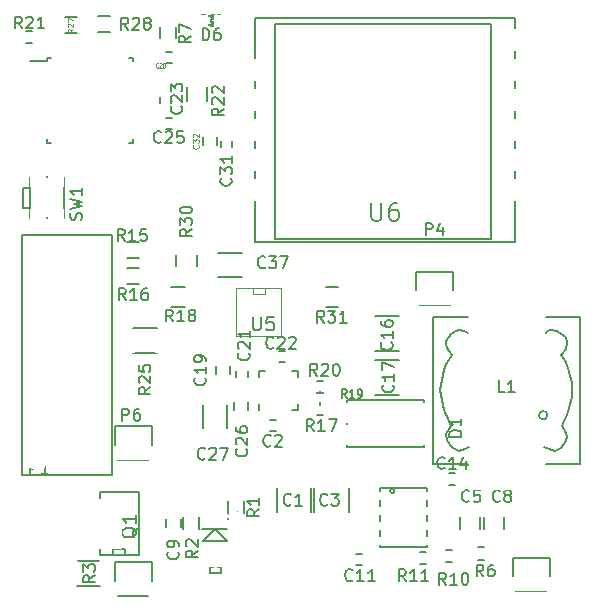
<source format=gto>
%FSLAX46Y46*%
G04 Gerber Fmt 4.6, Leading zero omitted, Abs format (unit mm)*
G04 Created by KiCad (PCBNEW (2014-10-31 BZR 5243)-product) date So 05 Apr 2015 19:44:44 CEST*
%MOMM*%
G01*
G04 APERTURE LIST*
%ADD10C,0.100000*%
%ADD11C,0.150000*%
%ADD12C,0.099060*%
%ADD13C,0.127000*%
%ADD14C,0.070000*%
%ADD15C,0.050000*%
%ADD16C,0.152400*%
%ADD17R,5.700040X5.199660*%
%ADD18R,2.332000X2.332000*%
%ADD19O,2.332000X2.332000*%
%ADD20O,0.600000X1.050000*%
%ADD21O,1.050000X0.600000*%
%ADD22R,1.200000X1.200000*%
%ADD23R,2.800000X1.300000*%
%ADD24R,1.550000X1.300000*%
%ADD25R,0.900000X0.800000*%
%ADD26R,1.300000X2.800000*%
%ADD27R,1.050000X1.100000*%
%ADD28R,0.800000X0.900000*%
%ADD29R,1.900000X1.300000*%
%ADD30R,0.700000X0.900000*%
%ADD31R,0.800000X1.200000*%
%ADD32R,1.200000X2.000000*%
%ADD33R,1.900000X0.850000*%
%ADD34R,0.850000X1.900000*%
%ADD35R,1.300000X1.900000*%
%ADD36R,1.000000X1.600000*%
%ADD37R,1.600000X1.000000*%
%ADD38R,1.300000X1.550000*%
%ADD39R,1.600480X1.100100*%
%ADD40R,1.097560X1.097560*%
%ADD41O,3.300000X1.900000*%
%ADD42R,1.500000X1.300000*%
%ADD43R,2.450000X0.750000*%
%ADD44C,1.800000*%
%ADD45R,1.350000X1.700000*%
%ADD46R,1.700000X1.690000*%
%ADD47R,5.160000X3.660000*%
%ADD48R,4.872000X1.824000*%
%ADD49R,4.371620X1.300000*%
%ADD50R,1.999260X1.600480*%
%ADD51R,1.699540X0.899440*%
%ADD52R,3.099080X4.300500*%
%ADD53R,1.200000X0.800000*%
%ADD54R,2.535200X2.535200*%
%ADD55R,2.200000X2.200000*%
G04 APERTURE END LIST*
D10*
D11*
X120654418Y-54600580D02*
G75*
G03X120654418Y-54600580I-355618J0D01*
G01*
X120499460Y-47600340D02*
X120601060Y-47498740D01*
X120601060Y-47498740D02*
X120999840Y-47399680D01*
X120999840Y-47399680D02*
X121500220Y-47498740D01*
X121500220Y-47498740D02*
X121799940Y-47699400D01*
X121799940Y-47699400D02*
X122201260Y-47999120D01*
X122201260Y-47999120D02*
X122300320Y-48499500D01*
X122300320Y-48499500D02*
X122201260Y-48999880D01*
X122201260Y-48999880D02*
X121899000Y-49401200D01*
X121899000Y-49401200D02*
X121799940Y-49500260D01*
X121799940Y-49500260D02*
X122201260Y-50099700D01*
X122201260Y-50099700D02*
X122500980Y-50899800D01*
X122500980Y-50899800D02*
X122699100Y-51900560D01*
X122699100Y-51900560D02*
X122699100Y-53099440D01*
X122699100Y-53099440D02*
X122500980Y-54001140D01*
X122500980Y-54001140D02*
X122300320Y-54600580D01*
X122300320Y-54600580D02*
X122099660Y-55100960D01*
X122099660Y-55100960D02*
X121899000Y-55499740D01*
X121899000Y-55499740D02*
X122099660Y-55799460D01*
X122099660Y-55799460D02*
X122300320Y-56398900D01*
X122300320Y-56398900D02*
X122201260Y-56800220D01*
X122201260Y-56800220D02*
X122000600Y-57099940D01*
X122000600Y-57099940D02*
X121799940Y-57399660D01*
X121799940Y-57399660D02*
X121299560Y-57600320D01*
X121299560Y-57600320D02*
X120799180Y-57501260D01*
X120799180Y-57501260D02*
X120400400Y-57300600D01*
X113900540Y-47600340D02*
X113600820Y-47498740D01*
X113600820Y-47498740D02*
X113199500Y-47399680D01*
X113199500Y-47399680D02*
X112899780Y-47498740D01*
X112899780Y-47498740D02*
X112501000Y-47699400D01*
X112501000Y-47699400D02*
X112300340Y-47999120D01*
X112300340Y-47999120D02*
X112099680Y-48298840D01*
X112099680Y-48298840D02*
X112099680Y-48601100D01*
X112099680Y-48601100D02*
X112198740Y-48900820D01*
X112198740Y-48900820D02*
X112300340Y-49200540D01*
X112300340Y-49200540D02*
X112600060Y-49500260D01*
X112600060Y-49500260D02*
X112300340Y-49899040D01*
X112300340Y-49899040D02*
X112099680Y-50300360D01*
X112099680Y-50300360D02*
X111899020Y-50800740D01*
X111899020Y-50800740D02*
X111700900Y-51600840D01*
X111700900Y-51600840D02*
X111599300Y-52500000D01*
X111599300Y-52500000D02*
X111700900Y-53300100D01*
X111700900Y-53300100D02*
X111899020Y-54199260D01*
X111899020Y-54199260D02*
X112300340Y-55100960D01*
X112300340Y-55100960D02*
X112501000Y-55499740D01*
X112501000Y-55499740D02*
X112300340Y-55799460D01*
X112300340Y-55799460D02*
X112099680Y-56200780D01*
X112099680Y-56200780D02*
X112198740Y-56701160D01*
X112198740Y-56701160D02*
X112399400Y-57099940D01*
X112399400Y-57099940D02*
X112699120Y-57399660D01*
X112699120Y-57399660D02*
X113199500Y-57600320D01*
X113199500Y-57600320D02*
X113699880Y-57501260D01*
X113699880Y-57501260D02*
X113999600Y-57300600D01*
X120499460Y-58700140D02*
X123400140Y-58700140D01*
X123400140Y-58700140D02*
X123400140Y-46299860D01*
X123400140Y-46299860D02*
X120499460Y-46299860D01*
X110999860Y-46299860D02*
X110999860Y-58700140D01*
X110999860Y-58700140D02*
X113900540Y-58700140D01*
X110999860Y-46299860D02*
X113900540Y-46299860D01*
X96275000Y-50875000D02*
X96775000Y-50875000D01*
X99525000Y-54125000D02*
X99025000Y-54125000D01*
X99525000Y-50875000D02*
X99025000Y-50875000D01*
X96275000Y-54125000D02*
X96275000Y-53625000D01*
X99525000Y-54125000D02*
X99525000Y-53625000D01*
X99525000Y-50875000D02*
X99525000Y-51375000D01*
X96275000Y-50875000D02*
X96275000Y-51375000D01*
X97725000Y-60800000D02*
X97725000Y-62800000D01*
X100675000Y-62800000D02*
X100675000Y-60800000D01*
X100925000Y-60800000D02*
X100925000Y-62800000D01*
X103875000Y-62800000D02*
X103875000Y-60800000D01*
X113250000Y-63200000D02*
X113250000Y-64200000D01*
X114950000Y-64200000D02*
X114950000Y-63200000D01*
X115250000Y-63200000D02*
X115250000Y-64200000D01*
X116950000Y-64200000D02*
X116950000Y-63200000D01*
X104950000Y-66325000D02*
X104450000Y-66325000D01*
X104450000Y-67275000D02*
X104950000Y-67275000D01*
X112350000Y-60475000D02*
X112850000Y-60475000D01*
X112850000Y-59525000D02*
X112350000Y-59525000D01*
X106100000Y-49175000D02*
X108100000Y-49175000D01*
X108100000Y-46225000D02*
X106100000Y-46225000D01*
X106100000Y-52875000D02*
X108100000Y-52875000D01*
X108100000Y-49925000D02*
X106100000Y-49925000D01*
X92600000Y-51150000D02*
X92600000Y-50450000D01*
X93800000Y-50450000D02*
X93800000Y-51150000D01*
X88850000Y-23825000D02*
X88350000Y-23825000D01*
X88350000Y-24775000D02*
X88850000Y-24775000D01*
X94325000Y-50850000D02*
X94325000Y-51350000D01*
X95275000Y-51350000D02*
X95275000Y-50850000D01*
X98450000Y-49125000D02*
X97950000Y-49125000D01*
X97950000Y-50075000D02*
X98450000Y-50075000D01*
X87825000Y-27650000D02*
X87825000Y-28150000D01*
X88775000Y-28150000D02*
X88775000Y-27650000D01*
X88850000Y-29425000D02*
X88350000Y-29425000D01*
X88350000Y-30375000D02*
X88850000Y-30375000D01*
X95300000Y-53450000D02*
X95300000Y-54150000D01*
X94100000Y-54150000D02*
X94100000Y-53450000D01*
X93525000Y-55700000D02*
X93525000Y-53700000D01*
X91475000Y-53700000D02*
X91475000Y-55700000D01*
X93025000Y-31350000D02*
X93025000Y-31850000D01*
X93975000Y-31850000D02*
X93975000Y-31350000D01*
X91500000Y-31750000D02*
X91500000Y-31050000D01*
X92700000Y-31050000D02*
X92700000Y-31750000D01*
X115250000Y-65775000D02*
X114750000Y-65775000D01*
X114750000Y-66825000D02*
X115250000Y-66825000D01*
X112050000Y-67025000D02*
X112550000Y-67025000D01*
X112550000Y-65975000D02*
X112050000Y-65975000D01*
X109850000Y-67225000D02*
X110350000Y-67225000D01*
X110350000Y-66175000D02*
X109850000Y-66175000D01*
X85100000Y-39925000D02*
X86100000Y-39925000D01*
X86100000Y-41275000D02*
X85100000Y-41275000D01*
X85100000Y-42125000D02*
X86100000Y-42125000D01*
X86100000Y-43475000D02*
X85100000Y-43475000D01*
X101650000Y-53575000D02*
X101150000Y-53575000D01*
X101150000Y-54625000D02*
X101650000Y-54625000D01*
X101650000Y-52675000D02*
X101150000Y-52675000D01*
X101150000Y-53725000D02*
X101650000Y-53725000D01*
X101650000Y-51675000D02*
X101150000Y-51675000D01*
X101150000Y-52725000D02*
X101650000Y-52725000D01*
X77050000Y-22075000D02*
X76550000Y-22075000D01*
X76550000Y-23125000D02*
X77050000Y-23125000D01*
X85600000Y-47225000D02*
X87600000Y-47225000D01*
X87600000Y-49375000D02*
X85600000Y-49375000D01*
X78290000Y-24315000D02*
X78290000Y-24640000D01*
X85540000Y-24315000D02*
X85540000Y-24640000D01*
X85540000Y-31565000D02*
X85540000Y-31240000D01*
X78290000Y-31565000D02*
X78290000Y-31240000D01*
X78290000Y-24315000D02*
X78615000Y-24315000D01*
X78290000Y-31565000D02*
X78615000Y-31565000D01*
X85540000Y-31565000D02*
X85215000Y-31565000D01*
X85540000Y-24315000D02*
X85215000Y-24315000D01*
X78290000Y-24640000D02*
X76865000Y-24640000D01*
X94800000Y-40875000D02*
X92800000Y-40875000D01*
X92800000Y-42925000D02*
X94800000Y-42925000D01*
X88800000Y-43725000D02*
X90000000Y-43725000D01*
X90000000Y-45475000D02*
X88800000Y-45475000D01*
X91875000Y-26800000D02*
X91875000Y-28000000D01*
X90125000Y-28000000D02*
X90125000Y-26800000D01*
X80800000Y-22275000D02*
X79800000Y-22275000D01*
X79800000Y-20925000D02*
X80800000Y-20925000D01*
X83600000Y-22175000D02*
X82600000Y-22175000D01*
X82600000Y-20825000D02*
X83600000Y-20825000D01*
X89250000Y-41000000D02*
X89250000Y-42000000D01*
X90950000Y-42000000D02*
X90950000Y-41000000D01*
X101900000Y-45450000D02*
X102900000Y-45450000D01*
X102900000Y-43750000D02*
X101900000Y-43750000D01*
D12*
X94295000Y-43868000D02*
X94295000Y-47932000D01*
X98105000Y-43868000D02*
X98105000Y-47932000D01*
X98105000Y-47932000D02*
X94295000Y-47932000D01*
X94422000Y-43868000D02*
X94295000Y-43868000D01*
X98105000Y-43868000D02*
X94422000Y-43868000D01*
X96708000Y-43868000D02*
X96708000Y-44376000D01*
X96708000Y-44376000D02*
X95692000Y-44376000D01*
X95692000Y-44376000D02*
X95692000Y-43868000D01*
D11*
X92649580Y-20750420D02*
X92649580Y-21649580D01*
X92649580Y-21649580D02*
X93048360Y-21649580D01*
X93048360Y-20750420D02*
X93048360Y-21649580D01*
X92649580Y-20750420D02*
X93048360Y-20750420D01*
X91351640Y-20750420D02*
X91351640Y-21649580D01*
X91351640Y-21649580D02*
X91750420Y-21649580D01*
X91750420Y-20750420D02*
X91750420Y-21649580D01*
X91351640Y-20750420D02*
X91750420Y-20750420D01*
X92200000Y-20750420D02*
X92200000Y-20900280D01*
X92200000Y-20900280D02*
X92499720Y-20900280D01*
X92499720Y-20750420D02*
X92499720Y-20900280D01*
X92200000Y-20750420D02*
X92499720Y-20750420D01*
X92200000Y-21499720D02*
X92200000Y-21649580D01*
X92200000Y-21649580D02*
X92499720Y-21649580D01*
X92499720Y-21499720D02*
X92499720Y-21649580D01*
X92200000Y-21499720D02*
X92499720Y-21499720D01*
X92200000Y-21050140D02*
X92200000Y-21349860D01*
X92200000Y-21349860D02*
X92499720Y-21349860D01*
X92499720Y-21050140D02*
X92499720Y-21349860D01*
X92200000Y-21050140D02*
X92499720Y-21050140D01*
X92649580Y-20801220D02*
X91750420Y-20801220D01*
X92649580Y-21598780D02*
X91750420Y-21598780D01*
X97635000Y-21440000D02*
X115885000Y-21440000D01*
X115885000Y-21440000D02*
X115885000Y-39690000D01*
X115885000Y-39690000D02*
X97635000Y-39690000D01*
X97635000Y-39690000D02*
X97635000Y-21440000D01*
X95885000Y-20940000D02*
X117885000Y-20940000D01*
X117885000Y-20940000D02*
X117885000Y-39940000D01*
X117885000Y-39940000D02*
X95885000Y-39940000D01*
X95885000Y-39940000D02*
X95885000Y-20940000D01*
X107684605Y-61019000D02*
G75*
G03X107684605Y-61019000I-179605J0D01*
G01*
X106457000Y-60796000D02*
X106457000Y-65796000D01*
X106457000Y-65796000D02*
X110457000Y-65796000D01*
X110457000Y-65796000D02*
X110457000Y-60796000D01*
X110457000Y-60796000D02*
X106457000Y-60796000D01*
X76200000Y-39370000D02*
X83820000Y-39370000D01*
X83820000Y-39370000D02*
X83820000Y-59690000D01*
X83820000Y-59690000D02*
X76200000Y-59690000D01*
X76200000Y-59690000D02*
X76200000Y-39370000D01*
X76855000Y-35345000D02*
X76855000Y-37045000D01*
X76855000Y-37045000D02*
X76255000Y-37045000D01*
X76255000Y-37045000D02*
X76255000Y-35345000D01*
X76255000Y-35345000D02*
X76855000Y-35345000D01*
X79755000Y-34445000D02*
X79755000Y-37945000D01*
X79755000Y-37945000D02*
X76855000Y-37945000D01*
X76855000Y-37945000D02*
X76855000Y-34445000D01*
X76855000Y-34445000D02*
X79655000Y-34445000D01*
X97650000Y-55025000D02*
X97150000Y-55025000D01*
X97150000Y-55975000D02*
X97650000Y-55975000D01*
X103700000Y-53300000D02*
X103700000Y-57300000D01*
X103700000Y-57300000D02*
X110200000Y-57300000D01*
X110200000Y-57300000D02*
X110200000Y-53300000D01*
X110200000Y-53300000D02*
X103700000Y-53300000D01*
X89600000Y-63350000D02*
X89600000Y-64050000D01*
X88400000Y-64050000D02*
X88400000Y-63350000D01*
X92550800Y-64249760D02*
X91499240Y-65250520D01*
X91499240Y-65250520D02*
X93500760Y-65250520D01*
X93500760Y-65250520D02*
X92500000Y-64249760D01*
X91450980Y-64249760D02*
X93549020Y-64249760D01*
D13*
X86051000Y-61099980D02*
X86051000Y-66449220D01*
X82749000Y-66449220D02*
X82749000Y-61099980D01*
X82749000Y-61099980D02*
X86051000Y-61099980D01*
X82749000Y-66449220D02*
X86051000Y-66449220D01*
X83892000Y-66467000D02*
X83892000Y-65959000D01*
X83892000Y-65959000D02*
X84908000Y-65959000D01*
X84908000Y-65959000D02*
X84908000Y-66467000D01*
D11*
X94975000Y-61900000D02*
X94975000Y-62900000D01*
X93625000Y-62900000D02*
X93625000Y-61900000D01*
X89825000Y-64200000D02*
X89825000Y-63200000D01*
X91175000Y-63200000D02*
X91175000Y-64200000D01*
X82800000Y-69075000D02*
X80800000Y-69075000D01*
X80800000Y-66925000D02*
X82800000Y-66925000D01*
X112650000Y-42450000D02*
X112650000Y-44000000D01*
X109550000Y-44000000D02*
X109550000Y-42450000D01*
X109550000Y-42450000D02*
X112650000Y-42450000D01*
X109830000Y-45270000D02*
X112370000Y-45270000D01*
X87150000Y-67050000D02*
X87150000Y-68600000D01*
X84050000Y-68600000D02*
X84050000Y-67050000D01*
X84050000Y-67050000D02*
X87150000Y-67050000D01*
X84330000Y-69870000D02*
X86870000Y-69870000D01*
X87150000Y-55550000D02*
X87150000Y-57100000D01*
X84050000Y-57100000D02*
X84050000Y-55550000D01*
X84050000Y-55550000D02*
X87150000Y-55550000D01*
X84330000Y-58370000D02*
X86870000Y-58370000D01*
X120850000Y-66650000D02*
X120850000Y-68200000D01*
X117750000Y-68200000D02*
X117750000Y-66650000D01*
X117750000Y-66650000D02*
X120850000Y-66650000D01*
X118030000Y-69470000D02*
X120570000Y-69470000D01*
X89175000Y-21700000D02*
X89175000Y-22700000D01*
X87825000Y-22700000D02*
X87825000Y-21700000D01*
X117033334Y-52652381D02*
X116557143Y-52652381D01*
X116557143Y-51652381D01*
X117890477Y-52652381D02*
X117319048Y-52652381D01*
X117604762Y-52652381D02*
X117604762Y-51652381D01*
X117509524Y-51795238D01*
X117414286Y-51890476D01*
X117319048Y-51938095D01*
X76861905Y-59612381D02*
X76861905Y-58612381D01*
X77242858Y-58612381D01*
X77338096Y-58660000D01*
X77385715Y-58707619D01*
X77433334Y-58802857D01*
X77433334Y-58945714D01*
X77385715Y-59040952D01*
X77338096Y-59088571D01*
X77242858Y-59136190D01*
X76861905Y-59136190D01*
X78385715Y-59612381D02*
X77814286Y-59612381D01*
X78100000Y-59612381D02*
X78100000Y-58612381D01*
X78004762Y-58755238D01*
X77909524Y-58850476D01*
X77814286Y-58898095D01*
X98933334Y-62157143D02*
X98885715Y-62204762D01*
X98742858Y-62252381D01*
X98647620Y-62252381D01*
X98504762Y-62204762D01*
X98409524Y-62109524D01*
X98361905Y-62014286D01*
X98314286Y-61823810D01*
X98314286Y-61680952D01*
X98361905Y-61490476D01*
X98409524Y-61395238D01*
X98504762Y-61300000D01*
X98647620Y-61252381D01*
X98742858Y-61252381D01*
X98885715Y-61300000D01*
X98933334Y-61347619D01*
X99885715Y-62252381D02*
X99314286Y-62252381D01*
X99600000Y-62252381D02*
X99600000Y-61252381D01*
X99504762Y-61395238D01*
X99409524Y-61490476D01*
X99314286Y-61538095D01*
X102033334Y-62157143D02*
X101985715Y-62204762D01*
X101842858Y-62252381D01*
X101747620Y-62252381D01*
X101604762Y-62204762D01*
X101509524Y-62109524D01*
X101461905Y-62014286D01*
X101414286Y-61823810D01*
X101414286Y-61680952D01*
X101461905Y-61490476D01*
X101509524Y-61395238D01*
X101604762Y-61300000D01*
X101747620Y-61252381D01*
X101842858Y-61252381D01*
X101985715Y-61300000D01*
X102033334Y-61347619D01*
X102366667Y-61252381D02*
X102985715Y-61252381D01*
X102652381Y-61633333D01*
X102795239Y-61633333D01*
X102890477Y-61680952D01*
X102938096Y-61728571D01*
X102985715Y-61823810D01*
X102985715Y-62061905D01*
X102938096Y-62157143D01*
X102890477Y-62204762D01*
X102795239Y-62252381D01*
X102509524Y-62252381D01*
X102414286Y-62204762D01*
X102366667Y-62157143D01*
X114033334Y-61857143D02*
X113985715Y-61904762D01*
X113842858Y-61952381D01*
X113747620Y-61952381D01*
X113604762Y-61904762D01*
X113509524Y-61809524D01*
X113461905Y-61714286D01*
X113414286Y-61523810D01*
X113414286Y-61380952D01*
X113461905Y-61190476D01*
X113509524Y-61095238D01*
X113604762Y-61000000D01*
X113747620Y-60952381D01*
X113842858Y-60952381D01*
X113985715Y-61000000D01*
X114033334Y-61047619D01*
X114938096Y-60952381D02*
X114461905Y-60952381D01*
X114414286Y-61428571D01*
X114461905Y-61380952D01*
X114557143Y-61333333D01*
X114795239Y-61333333D01*
X114890477Y-61380952D01*
X114938096Y-61428571D01*
X114985715Y-61523810D01*
X114985715Y-61761905D01*
X114938096Y-61857143D01*
X114890477Y-61904762D01*
X114795239Y-61952381D01*
X114557143Y-61952381D01*
X114461905Y-61904762D01*
X114414286Y-61857143D01*
X116633334Y-61857143D02*
X116585715Y-61904762D01*
X116442858Y-61952381D01*
X116347620Y-61952381D01*
X116204762Y-61904762D01*
X116109524Y-61809524D01*
X116061905Y-61714286D01*
X116014286Y-61523810D01*
X116014286Y-61380952D01*
X116061905Y-61190476D01*
X116109524Y-61095238D01*
X116204762Y-61000000D01*
X116347620Y-60952381D01*
X116442858Y-60952381D01*
X116585715Y-61000000D01*
X116633334Y-61047619D01*
X117204762Y-61380952D02*
X117109524Y-61333333D01*
X117061905Y-61285714D01*
X117014286Y-61190476D01*
X117014286Y-61142857D01*
X117061905Y-61047619D01*
X117109524Y-61000000D01*
X117204762Y-60952381D01*
X117395239Y-60952381D01*
X117490477Y-61000000D01*
X117538096Y-61047619D01*
X117585715Y-61142857D01*
X117585715Y-61190476D01*
X117538096Y-61285714D01*
X117490477Y-61333333D01*
X117395239Y-61380952D01*
X117204762Y-61380952D01*
X117109524Y-61428571D01*
X117061905Y-61476190D01*
X117014286Y-61571429D01*
X117014286Y-61761905D01*
X117061905Y-61857143D01*
X117109524Y-61904762D01*
X117204762Y-61952381D01*
X117395239Y-61952381D01*
X117490477Y-61904762D01*
X117538096Y-61857143D01*
X117585715Y-61761905D01*
X117585715Y-61571429D01*
X117538096Y-61476190D01*
X117490477Y-61428571D01*
X117395239Y-61380952D01*
X104157143Y-68557143D02*
X104109524Y-68604762D01*
X103966667Y-68652381D01*
X103871429Y-68652381D01*
X103728571Y-68604762D01*
X103633333Y-68509524D01*
X103585714Y-68414286D01*
X103538095Y-68223810D01*
X103538095Y-68080952D01*
X103585714Y-67890476D01*
X103633333Y-67795238D01*
X103728571Y-67700000D01*
X103871429Y-67652381D01*
X103966667Y-67652381D01*
X104109524Y-67700000D01*
X104157143Y-67747619D01*
X105109524Y-68652381D02*
X104538095Y-68652381D01*
X104823809Y-68652381D02*
X104823809Y-67652381D01*
X104728571Y-67795238D01*
X104633333Y-67890476D01*
X104538095Y-67938095D01*
X106061905Y-68652381D02*
X105490476Y-68652381D01*
X105776190Y-68652381D02*
X105776190Y-67652381D01*
X105680952Y-67795238D01*
X105585714Y-67890476D01*
X105490476Y-67938095D01*
X111957143Y-59057143D02*
X111909524Y-59104762D01*
X111766667Y-59152381D01*
X111671429Y-59152381D01*
X111528571Y-59104762D01*
X111433333Y-59009524D01*
X111385714Y-58914286D01*
X111338095Y-58723810D01*
X111338095Y-58580952D01*
X111385714Y-58390476D01*
X111433333Y-58295238D01*
X111528571Y-58200000D01*
X111671429Y-58152381D01*
X111766667Y-58152381D01*
X111909524Y-58200000D01*
X111957143Y-58247619D01*
X112909524Y-59152381D02*
X112338095Y-59152381D01*
X112623809Y-59152381D02*
X112623809Y-58152381D01*
X112528571Y-58295238D01*
X112433333Y-58390476D01*
X112338095Y-58438095D01*
X113766667Y-58485714D02*
X113766667Y-59152381D01*
X113528571Y-58104762D02*
X113290476Y-58819048D01*
X113909524Y-58819048D01*
X107457143Y-48442857D02*
X107504762Y-48490476D01*
X107552381Y-48633333D01*
X107552381Y-48728571D01*
X107504762Y-48871429D01*
X107409524Y-48966667D01*
X107314286Y-49014286D01*
X107123810Y-49061905D01*
X106980952Y-49061905D01*
X106790476Y-49014286D01*
X106695238Y-48966667D01*
X106600000Y-48871429D01*
X106552381Y-48728571D01*
X106552381Y-48633333D01*
X106600000Y-48490476D01*
X106647619Y-48442857D01*
X107552381Y-47490476D02*
X107552381Y-48061905D01*
X107552381Y-47776191D02*
X106552381Y-47776191D01*
X106695238Y-47871429D01*
X106790476Y-47966667D01*
X106838095Y-48061905D01*
X106552381Y-46633333D02*
X106552381Y-46823810D01*
X106600000Y-46919048D01*
X106647619Y-46966667D01*
X106790476Y-47061905D01*
X106980952Y-47109524D01*
X107361905Y-47109524D01*
X107457143Y-47061905D01*
X107504762Y-47014286D01*
X107552381Y-46919048D01*
X107552381Y-46728571D01*
X107504762Y-46633333D01*
X107457143Y-46585714D01*
X107361905Y-46538095D01*
X107123810Y-46538095D01*
X107028571Y-46585714D01*
X106980952Y-46633333D01*
X106933333Y-46728571D01*
X106933333Y-46919048D01*
X106980952Y-47014286D01*
X107028571Y-47061905D01*
X107123810Y-47109524D01*
X107557143Y-52042857D02*
X107604762Y-52090476D01*
X107652381Y-52233333D01*
X107652381Y-52328571D01*
X107604762Y-52471429D01*
X107509524Y-52566667D01*
X107414286Y-52614286D01*
X107223810Y-52661905D01*
X107080952Y-52661905D01*
X106890476Y-52614286D01*
X106795238Y-52566667D01*
X106700000Y-52471429D01*
X106652381Y-52328571D01*
X106652381Y-52233333D01*
X106700000Y-52090476D01*
X106747619Y-52042857D01*
X107652381Y-51090476D02*
X107652381Y-51661905D01*
X107652381Y-51376191D02*
X106652381Y-51376191D01*
X106795238Y-51471429D01*
X106890476Y-51566667D01*
X106938095Y-51661905D01*
X106652381Y-50757143D02*
X106652381Y-50090476D01*
X107652381Y-50519048D01*
X91657143Y-51442857D02*
X91704762Y-51490476D01*
X91752381Y-51633333D01*
X91752381Y-51728571D01*
X91704762Y-51871429D01*
X91609524Y-51966667D01*
X91514286Y-52014286D01*
X91323810Y-52061905D01*
X91180952Y-52061905D01*
X90990476Y-52014286D01*
X90895238Y-51966667D01*
X90800000Y-51871429D01*
X90752381Y-51728571D01*
X90752381Y-51633333D01*
X90800000Y-51490476D01*
X90847619Y-51442857D01*
X91752381Y-50490476D02*
X91752381Y-51061905D01*
X91752381Y-50776191D02*
X90752381Y-50776191D01*
X90895238Y-50871429D01*
X90990476Y-50966667D01*
X91038095Y-51061905D01*
X91752381Y-50014286D02*
X91752381Y-49823810D01*
X91704762Y-49728571D01*
X91657143Y-49680952D01*
X91514286Y-49585714D01*
X91323810Y-49538095D01*
X90942857Y-49538095D01*
X90847619Y-49585714D01*
X90800000Y-49633333D01*
X90752381Y-49728571D01*
X90752381Y-49919048D01*
X90800000Y-50014286D01*
X90847619Y-50061905D01*
X90942857Y-50109524D01*
X91180952Y-50109524D01*
X91276190Y-50061905D01*
X91323810Y-50014286D01*
X91371429Y-49919048D01*
X91371429Y-49728571D01*
X91323810Y-49633333D01*
X91276190Y-49585714D01*
X91180952Y-49538095D01*
D14*
X87707143Y-25142857D02*
X87692857Y-25161905D01*
X87650000Y-25180952D01*
X87621429Y-25180952D01*
X87578572Y-25161905D01*
X87550000Y-25123810D01*
X87535715Y-25085714D01*
X87521429Y-25009524D01*
X87521429Y-24952381D01*
X87535715Y-24876190D01*
X87550000Y-24838095D01*
X87578572Y-24800000D01*
X87621429Y-24780952D01*
X87650000Y-24780952D01*
X87692857Y-24800000D01*
X87707143Y-24819048D01*
X87821429Y-24819048D02*
X87835715Y-24800000D01*
X87864286Y-24780952D01*
X87935715Y-24780952D01*
X87964286Y-24800000D01*
X87978572Y-24819048D01*
X87992857Y-24857143D01*
X87992857Y-24895238D01*
X87978572Y-24952381D01*
X87807143Y-25180952D01*
X87992857Y-25180952D01*
X88178571Y-24780952D02*
X88207143Y-24780952D01*
X88235714Y-24800000D01*
X88250000Y-24819048D01*
X88264286Y-24857143D01*
X88278571Y-24933333D01*
X88278571Y-25028571D01*
X88264286Y-25104762D01*
X88250000Y-25142857D01*
X88235714Y-25161905D01*
X88207143Y-25180952D01*
X88178571Y-25180952D01*
X88150000Y-25161905D01*
X88135714Y-25142857D01*
X88121429Y-25104762D01*
X88107143Y-25028571D01*
X88107143Y-24933333D01*
X88121429Y-24857143D01*
X88135714Y-24819048D01*
X88150000Y-24800000D01*
X88178571Y-24780952D01*
D11*
X95357143Y-49342857D02*
X95404762Y-49390476D01*
X95452381Y-49533333D01*
X95452381Y-49628571D01*
X95404762Y-49771429D01*
X95309524Y-49866667D01*
X95214286Y-49914286D01*
X95023810Y-49961905D01*
X94880952Y-49961905D01*
X94690476Y-49914286D01*
X94595238Y-49866667D01*
X94500000Y-49771429D01*
X94452381Y-49628571D01*
X94452381Y-49533333D01*
X94500000Y-49390476D01*
X94547619Y-49342857D01*
X94547619Y-48961905D02*
X94500000Y-48914286D01*
X94452381Y-48819048D01*
X94452381Y-48580952D01*
X94500000Y-48485714D01*
X94547619Y-48438095D01*
X94642857Y-48390476D01*
X94738095Y-48390476D01*
X94880952Y-48438095D01*
X95452381Y-49009524D01*
X95452381Y-48390476D01*
X95452381Y-47438095D02*
X95452381Y-48009524D01*
X95452381Y-47723810D02*
X94452381Y-47723810D01*
X94595238Y-47819048D01*
X94690476Y-47914286D01*
X94738095Y-48009524D01*
X97457143Y-48857143D02*
X97409524Y-48904762D01*
X97266667Y-48952381D01*
X97171429Y-48952381D01*
X97028571Y-48904762D01*
X96933333Y-48809524D01*
X96885714Y-48714286D01*
X96838095Y-48523810D01*
X96838095Y-48380952D01*
X96885714Y-48190476D01*
X96933333Y-48095238D01*
X97028571Y-48000000D01*
X97171429Y-47952381D01*
X97266667Y-47952381D01*
X97409524Y-48000000D01*
X97457143Y-48047619D01*
X97838095Y-48047619D02*
X97885714Y-48000000D01*
X97980952Y-47952381D01*
X98219048Y-47952381D01*
X98314286Y-48000000D01*
X98361905Y-48047619D01*
X98409524Y-48142857D01*
X98409524Y-48238095D01*
X98361905Y-48380952D01*
X97790476Y-48952381D01*
X98409524Y-48952381D01*
X98790476Y-48047619D02*
X98838095Y-48000000D01*
X98933333Y-47952381D01*
X99171429Y-47952381D01*
X99266667Y-48000000D01*
X99314286Y-48047619D01*
X99361905Y-48142857D01*
X99361905Y-48238095D01*
X99314286Y-48380952D01*
X98742857Y-48952381D01*
X99361905Y-48952381D01*
X89657143Y-28442857D02*
X89704762Y-28490476D01*
X89752381Y-28633333D01*
X89752381Y-28728571D01*
X89704762Y-28871429D01*
X89609524Y-28966667D01*
X89514286Y-29014286D01*
X89323810Y-29061905D01*
X89180952Y-29061905D01*
X88990476Y-29014286D01*
X88895238Y-28966667D01*
X88800000Y-28871429D01*
X88752381Y-28728571D01*
X88752381Y-28633333D01*
X88800000Y-28490476D01*
X88847619Y-28442857D01*
X88847619Y-28061905D02*
X88800000Y-28014286D01*
X88752381Y-27919048D01*
X88752381Y-27680952D01*
X88800000Y-27585714D01*
X88847619Y-27538095D01*
X88942857Y-27490476D01*
X89038095Y-27490476D01*
X89180952Y-27538095D01*
X89752381Y-28109524D01*
X89752381Y-27490476D01*
X88752381Y-27157143D02*
X88752381Y-26538095D01*
X89133333Y-26871429D01*
X89133333Y-26728571D01*
X89180952Y-26633333D01*
X89228571Y-26585714D01*
X89323810Y-26538095D01*
X89561905Y-26538095D01*
X89657143Y-26585714D01*
X89704762Y-26633333D01*
X89752381Y-26728571D01*
X89752381Y-27014286D01*
X89704762Y-27109524D01*
X89657143Y-27157143D01*
X87957143Y-31457143D02*
X87909524Y-31504762D01*
X87766667Y-31552381D01*
X87671429Y-31552381D01*
X87528571Y-31504762D01*
X87433333Y-31409524D01*
X87385714Y-31314286D01*
X87338095Y-31123810D01*
X87338095Y-30980952D01*
X87385714Y-30790476D01*
X87433333Y-30695238D01*
X87528571Y-30600000D01*
X87671429Y-30552381D01*
X87766667Y-30552381D01*
X87909524Y-30600000D01*
X87957143Y-30647619D01*
X88338095Y-30647619D02*
X88385714Y-30600000D01*
X88480952Y-30552381D01*
X88719048Y-30552381D01*
X88814286Y-30600000D01*
X88861905Y-30647619D01*
X88909524Y-30742857D01*
X88909524Y-30838095D01*
X88861905Y-30980952D01*
X88290476Y-31552381D01*
X88909524Y-31552381D01*
X89814286Y-30552381D02*
X89338095Y-30552381D01*
X89290476Y-31028571D01*
X89338095Y-30980952D01*
X89433333Y-30933333D01*
X89671429Y-30933333D01*
X89766667Y-30980952D01*
X89814286Y-31028571D01*
X89861905Y-31123810D01*
X89861905Y-31361905D01*
X89814286Y-31457143D01*
X89766667Y-31504762D01*
X89671429Y-31552381D01*
X89433333Y-31552381D01*
X89338095Y-31504762D01*
X89290476Y-31457143D01*
X95157143Y-57442857D02*
X95204762Y-57490476D01*
X95252381Y-57633333D01*
X95252381Y-57728571D01*
X95204762Y-57871429D01*
X95109524Y-57966667D01*
X95014286Y-58014286D01*
X94823810Y-58061905D01*
X94680952Y-58061905D01*
X94490476Y-58014286D01*
X94395238Y-57966667D01*
X94300000Y-57871429D01*
X94252381Y-57728571D01*
X94252381Y-57633333D01*
X94300000Y-57490476D01*
X94347619Y-57442857D01*
X94347619Y-57061905D02*
X94300000Y-57014286D01*
X94252381Y-56919048D01*
X94252381Y-56680952D01*
X94300000Y-56585714D01*
X94347619Y-56538095D01*
X94442857Y-56490476D01*
X94538095Y-56490476D01*
X94680952Y-56538095D01*
X95252381Y-57109524D01*
X95252381Y-56490476D01*
X94252381Y-55633333D02*
X94252381Y-55823810D01*
X94300000Y-55919048D01*
X94347619Y-55966667D01*
X94490476Y-56061905D01*
X94680952Y-56109524D01*
X95061905Y-56109524D01*
X95157143Y-56061905D01*
X95204762Y-56014286D01*
X95252381Y-55919048D01*
X95252381Y-55728571D01*
X95204762Y-55633333D01*
X95157143Y-55585714D01*
X95061905Y-55538095D01*
X94823810Y-55538095D01*
X94728571Y-55585714D01*
X94680952Y-55633333D01*
X94633333Y-55728571D01*
X94633333Y-55919048D01*
X94680952Y-56014286D01*
X94728571Y-56061905D01*
X94823810Y-56109524D01*
X91657143Y-58257143D02*
X91609524Y-58304762D01*
X91466667Y-58352381D01*
X91371429Y-58352381D01*
X91228571Y-58304762D01*
X91133333Y-58209524D01*
X91085714Y-58114286D01*
X91038095Y-57923810D01*
X91038095Y-57780952D01*
X91085714Y-57590476D01*
X91133333Y-57495238D01*
X91228571Y-57400000D01*
X91371429Y-57352381D01*
X91466667Y-57352381D01*
X91609524Y-57400000D01*
X91657143Y-57447619D01*
X92038095Y-57447619D02*
X92085714Y-57400000D01*
X92180952Y-57352381D01*
X92419048Y-57352381D01*
X92514286Y-57400000D01*
X92561905Y-57447619D01*
X92609524Y-57542857D01*
X92609524Y-57638095D01*
X92561905Y-57780952D01*
X91990476Y-58352381D01*
X92609524Y-58352381D01*
X92942857Y-57352381D02*
X93609524Y-57352381D01*
X93180952Y-58352381D01*
X93857143Y-34542857D02*
X93904762Y-34590476D01*
X93952381Y-34733333D01*
X93952381Y-34828571D01*
X93904762Y-34971429D01*
X93809524Y-35066667D01*
X93714286Y-35114286D01*
X93523810Y-35161905D01*
X93380952Y-35161905D01*
X93190476Y-35114286D01*
X93095238Y-35066667D01*
X93000000Y-34971429D01*
X92952381Y-34828571D01*
X92952381Y-34733333D01*
X93000000Y-34590476D01*
X93047619Y-34542857D01*
X92952381Y-34209524D02*
X92952381Y-33590476D01*
X93333333Y-33923810D01*
X93333333Y-33780952D01*
X93380952Y-33685714D01*
X93428571Y-33638095D01*
X93523810Y-33590476D01*
X93761905Y-33590476D01*
X93857143Y-33638095D01*
X93904762Y-33685714D01*
X93952381Y-33780952D01*
X93952381Y-34066667D01*
X93904762Y-34161905D01*
X93857143Y-34209524D01*
X93952381Y-32638095D02*
X93952381Y-33209524D01*
X93952381Y-32923810D02*
X92952381Y-32923810D01*
X93095238Y-33019048D01*
X93190476Y-33114286D01*
X93238095Y-33209524D01*
D10*
X91078571Y-31721428D02*
X91102381Y-31745238D01*
X91126190Y-31816666D01*
X91126190Y-31864285D01*
X91102381Y-31935714D01*
X91054762Y-31983333D01*
X91007143Y-32007142D01*
X90911905Y-32030952D01*
X90840476Y-32030952D01*
X90745238Y-32007142D01*
X90697619Y-31983333D01*
X90650000Y-31935714D01*
X90626190Y-31864285D01*
X90626190Y-31816666D01*
X90650000Y-31745238D01*
X90673810Y-31721428D01*
X90626190Y-31554761D02*
X90626190Y-31245238D01*
X90816667Y-31411904D01*
X90816667Y-31340476D01*
X90840476Y-31292857D01*
X90864286Y-31269047D01*
X90911905Y-31245238D01*
X91030952Y-31245238D01*
X91078571Y-31269047D01*
X91102381Y-31292857D01*
X91126190Y-31340476D01*
X91126190Y-31483333D01*
X91102381Y-31530952D01*
X91078571Y-31554761D01*
X90673810Y-31054762D02*
X90650000Y-31030952D01*
X90626190Y-30983333D01*
X90626190Y-30864286D01*
X90650000Y-30816667D01*
X90673810Y-30792857D01*
X90721429Y-30769048D01*
X90769048Y-30769048D01*
X90840476Y-30792857D01*
X91126190Y-31078571D01*
X91126190Y-30769048D01*
D11*
X115233334Y-68252381D02*
X114900000Y-67776190D01*
X114661905Y-68252381D02*
X114661905Y-67252381D01*
X115042858Y-67252381D01*
X115138096Y-67300000D01*
X115185715Y-67347619D01*
X115233334Y-67442857D01*
X115233334Y-67585714D01*
X115185715Y-67680952D01*
X115138096Y-67728571D01*
X115042858Y-67776190D01*
X114661905Y-67776190D01*
X116090477Y-67252381D02*
X115900000Y-67252381D01*
X115804762Y-67300000D01*
X115757143Y-67347619D01*
X115661905Y-67490476D01*
X115614286Y-67680952D01*
X115614286Y-68061905D01*
X115661905Y-68157143D01*
X115709524Y-68204762D01*
X115804762Y-68252381D01*
X115995239Y-68252381D01*
X116090477Y-68204762D01*
X116138096Y-68157143D01*
X116185715Y-68061905D01*
X116185715Y-67823810D01*
X116138096Y-67728571D01*
X116090477Y-67680952D01*
X115995239Y-67633333D01*
X115804762Y-67633333D01*
X115709524Y-67680952D01*
X115661905Y-67728571D01*
X115614286Y-67823810D01*
X112057143Y-68952381D02*
X111723809Y-68476190D01*
X111485714Y-68952381D02*
X111485714Y-67952381D01*
X111866667Y-67952381D01*
X111961905Y-68000000D01*
X112009524Y-68047619D01*
X112057143Y-68142857D01*
X112057143Y-68285714D01*
X112009524Y-68380952D01*
X111961905Y-68428571D01*
X111866667Y-68476190D01*
X111485714Y-68476190D01*
X113009524Y-68952381D02*
X112438095Y-68952381D01*
X112723809Y-68952381D02*
X112723809Y-67952381D01*
X112628571Y-68095238D01*
X112533333Y-68190476D01*
X112438095Y-68238095D01*
X113628571Y-67952381D02*
X113723810Y-67952381D01*
X113819048Y-68000000D01*
X113866667Y-68047619D01*
X113914286Y-68142857D01*
X113961905Y-68333333D01*
X113961905Y-68571429D01*
X113914286Y-68761905D01*
X113866667Y-68857143D01*
X113819048Y-68904762D01*
X113723810Y-68952381D01*
X113628571Y-68952381D01*
X113533333Y-68904762D01*
X113485714Y-68857143D01*
X113438095Y-68761905D01*
X113390476Y-68571429D01*
X113390476Y-68333333D01*
X113438095Y-68142857D01*
X113485714Y-68047619D01*
X113533333Y-68000000D01*
X113628571Y-67952381D01*
X108657143Y-68652381D02*
X108323809Y-68176190D01*
X108085714Y-68652381D02*
X108085714Y-67652381D01*
X108466667Y-67652381D01*
X108561905Y-67700000D01*
X108609524Y-67747619D01*
X108657143Y-67842857D01*
X108657143Y-67985714D01*
X108609524Y-68080952D01*
X108561905Y-68128571D01*
X108466667Y-68176190D01*
X108085714Y-68176190D01*
X109609524Y-68652381D02*
X109038095Y-68652381D01*
X109323809Y-68652381D02*
X109323809Y-67652381D01*
X109228571Y-67795238D01*
X109133333Y-67890476D01*
X109038095Y-67938095D01*
X110561905Y-68652381D02*
X109990476Y-68652381D01*
X110276190Y-68652381D02*
X110276190Y-67652381D01*
X110180952Y-67795238D01*
X110085714Y-67890476D01*
X109990476Y-67938095D01*
X84857143Y-39852381D02*
X84523809Y-39376190D01*
X84285714Y-39852381D02*
X84285714Y-38852381D01*
X84666667Y-38852381D01*
X84761905Y-38900000D01*
X84809524Y-38947619D01*
X84857143Y-39042857D01*
X84857143Y-39185714D01*
X84809524Y-39280952D01*
X84761905Y-39328571D01*
X84666667Y-39376190D01*
X84285714Y-39376190D01*
X85809524Y-39852381D02*
X85238095Y-39852381D01*
X85523809Y-39852381D02*
X85523809Y-38852381D01*
X85428571Y-38995238D01*
X85333333Y-39090476D01*
X85238095Y-39138095D01*
X86714286Y-38852381D02*
X86238095Y-38852381D01*
X86190476Y-39328571D01*
X86238095Y-39280952D01*
X86333333Y-39233333D01*
X86571429Y-39233333D01*
X86666667Y-39280952D01*
X86714286Y-39328571D01*
X86761905Y-39423810D01*
X86761905Y-39661905D01*
X86714286Y-39757143D01*
X86666667Y-39804762D01*
X86571429Y-39852381D01*
X86333333Y-39852381D01*
X86238095Y-39804762D01*
X86190476Y-39757143D01*
X84957143Y-44852381D02*
X84623809Y-44376190D01*
X84385714Y-44852381D02*
X84385714Y-43852381D01*
X84766667Y-43852381D01*
X84861905Y-43900000D01*
X84909524Y-43947619D01*
X84957143Y-44042857D01*
X84957143Y-44185714D01*
X84909524Y-44280952D01*
X84861905Y-44328571D01*
X84766667Y-44376190D01*
X84385714Y-44376190D01*
X85909524Y-44852381D02*
X85338095Y-44852381D01*
X85623809Y-44852381D02*
X85623809Y-43852381D01*
X85528571Y-43995238D01*
X85433333Y-44090476D01*
X85338095Y-44138095D01*
X86766667Y-43852381D02*
X86576190Y-43852381D01*
X86480952Y-43900000D01*
X86433333Y-43947619D01*
X86338095Y-44090476D01*
X86290476Y-44280952D01*
X86290476Y-44661905D01*
X86338095Y-44757143D01*
X86385714Y-44804762D01*
X86480952Y-44852381D01*
X86671429Y-44852381D01*
X86766667Y-44804762D01*
X86814286Y-44757143D01*
X86861905Y-44661905D01*
X86861905Y-44423810D01*
X86814286Y-44328571D01*
X86766667Y-44280952D01*
X86671429Y-44233333D01*
X86480952Y-44233333D01*
X86385714Y-44280952D01*
X86338095Y-44328571D01*
X86290476Y-44423810D01*
X100857143Y-55952381D02*
X100523809Y-55476190D01*
X100285714Y-55952381D02*
X100285714Y-54952381D01*
X100666667Y-54952381D01*
X100761905Y-55000000D01*
X100809524Y-55047619D01*
X100857143Y-55142857D01*
X100857143Y-55285714D01*
X100809524Y-55380952D01*
X100761905Y-55428571D01*
X100666667Y-55476190D01*
X100285714Y-55476190D01*
X101809524Y-55952381D02*
X101238095Y-55952381D01*
X101523809Y-55952381D02*
X101523809Y-54952381D01*
X101428571Y-55095238D01*
X101333333Y-55190476D01*
X101238095Y-55238095D01*
X102142857Y-54952381D02*
X102809524Y-54952381D01*
X102380952Y-55952381D01*
X103650000Y-53116667D02*
X103416666Y-52783333D01*
X103250000Y-53116667D02*
X103250000Y-52416667D01*
X103516666Y-52416667D01*
X103583333Y-52450000D01*
X103616666Y-52483333D01*
X103650000Y-52550000D01*
X103650000Y-52650000D01*
X103616666Y-52716667D01*
X103583333Y-52750000D01*
X103516666Y-52783333D01*
X103250000Y-52783333D01*
X104316666Y-53116667D02*
X103916666Y-53116667D01*
X104116666Y-53116667D02*
X104116666Y-52416667D01*
X104050000Y-52516667D01*
X103983333Y-52583333D01*
X103916666Y-52616667D01*
X104650000Y-53116667D02*
X104783333Y-53116667D01*
X104850000Y-53083333D01*
X104883333Y-53050000D01*
X104950000Y-52950000D01*
X104983333Y-52816667D01*
X104983333Y-52550000D01*
X104950000Y-52483333D01*
X104916667Y-52450000D01*
X104850000Y-52416667D01*
X104716667Y-52416667D01*
X104650000Y-52450000D01*
X104616667Y-52483333D01*
X104583333Y-52550000D01*
X104583333Y-52716667D01*
X104616667Y-52783333D01*
X104650000Y-52816667D01*
X104716667Y-52850000D01*
X104850000Y-52850000D01*
X104916667Y-52816667D01*
X104950000Y-52783333D01*
X104983333Y-52716667D01*
X101157143Y-51252381D02*
X100823809Y-50776190D01*
X100585714Y-51252381D02*
X100585714Y-50252381D01*
X100966667Y-50252381D01*
X101061905Y-50300000D01*
X101109524Y-50347619D01*
X101157143Y-50442857D01*
X101157143Y-50585714D01*
X101109524Y-50680952D01*
X101061905Y-50728571D01*
X100966667Y-50776190D01*
X100585714Y-50776190D01*
X101538095Y-50347619D02*
X101585714Y-50300000D01*
X101680952Y-50252381D01*
X101919048Y-50252381D01*
X102014286Y-50300000D01*
X102061905Y-50347619D01*
X102109524Y-50442857D01*
X102109524Y-50538095D01*
X102061905Y-50680952D01*
X101490476Y-51252381D01*
X102109524Y-51252381D01*
X102728571Y-50252381D02*
X102823810Y-50252381D01*
X102919048Y-50300000D01*
X102966667Y-50347619D01*
X103014286Y-50442857D01*
X103061905Y-50633333D01*
X103061905Y-50871429D01*
X103014286Y-51061905D01*
X102966667Y-51157143D01*
X102919048Y-51204762D01*
X102823810Y-51252381D01*
X102728571Y-51252381D01*
X102633333Y-51204762D01*
X102585714Y-51157143D01*
X102538095Y-51061905D01*
X102490476Y-50871429D01*
X102490476Y-50633333D01*
X102538095Y-50442857D01*
X102585714Y-50347619D01*
X102633333Y-50300000D01*
X102728571Y-50252381D01*
X76157143Y-21852381D02*
X75823809Y-21376190D01*
X75585714Y-21852381D02*
X75585714Y-20852381D01*
X75966667Y-20852381D01*
X76061905Y-20900000D01*
X76109524Y-20947619D01*
X76157143Y-21042857D01*
X76157143Y-21185714D01*
X76109524Y-21280952D01*
X76061905Y-21328571D01*
X75966667Y-21376190D01*
X75585714Y-21376190D01*
X76538095Y-20947619D02*
X76585714Y-20900000D01*
X76680952Y-20852381D01*
X76919048Y-20852381D01*
X77014286Y-20900000D01*
X77061905Y-20947619D01*
X77109524Y-21042857D01*
X77109524Y-21138095D01*
X77061905Y-21280952D01*
X76490476Y-21852381D01*
X77109524Y-21852381D01*
X78061905Y-21852381D02*
X77490476Y-21852381D01*
X77776190Y-21852381D02*
X77776190Y-20852381D01*
X77680952Y-20995238D01*
X77585714Y-21090476D01*
X77490476Y-21138095D01*
X87052381Y-52242857D02*
X86576190Y-52576191D01*
X87052381Y-52814286D02*
X86052381Y-52814286D01*
X86052381Y-52433333D01*
X86100000Y-52338095D01*
X86147619Y-52290476D01*
X86242857Y-52242857D01*
X86385714Y-52242857D01*
X86480952Y-52290476D01*
X86528571Y-52338095D01*
X86576190Y-52433333D01*
X86576190Y-52814286D01*
X86147619Y-51861905D02*
X86100000Y-51814286D01*
X86052381Y-51719048D01*
X86052381Y-51480952D01*
X86100000Y-51385714D01*
X86147619Y-51338095D01*
X86242857Y-51290476D01*
X86338095Y-51290476D01*
X86480952Y-51338095D01*
X87052381Y-51909524D01*
X87052381Y-51290476D01*
X86052381Y-50385714D02*
X86052381Y-50861905D01*
X86528571Y-50909524D01*
X86480952Y-50861905D01*
X86433333Y-50766667D01*
X86433333Y-50528571D01*
X86480952Y-50433333D01*
X86528571Y-50385714D01*
X86623810Y-50338095D01*
X86861905Y-50338095D01*
X86957143Y-50385714D01*
X87004762Y-50433333D01*
X87052381Y-50528571D01*
X87052381Y-50766667D01*
X87004762Y-50861905D01*
X86957143Y-50909524D01*
X96757143Y-42057143D02*
X96709524Y-42104762D01*
X96566667Y-42152381D01*
X96471429Y-42152381D01*
X96328571Y-42104762D01*
X96233333Y-42009524D01*
X96185714Y-41914286D01*
X96138095Y-41723810D01*
X96138095Y-41580952D01*
X96185714Y-41390476D01*
X96233333Y-41295238D01*
X96328571Y-41200000D01*
X96471429Y-41152381D01*
X96566667Y-41152381D01*
X96709524Y-41200000D01*
X96757143Y-41247619D01*
X97090476Y-41152381D02*
X97709524Y-41152381D01*
X97376190Y-41533333D01*
X97519048Y-41533333D01*
X97614286Y-41580952D01*
X97661905Y-41628571D01*
X97709524Y-41723810D01*
X97709524Y-41961905D01*
X97661905Y-42057143D01*
X97614286Y-42104762D01*
X97519048Y-42152381D01*
X97233333Y-42152381D01*
X97138095Y-42104762D01*
X97090476Y-42057143D01*
X98042857Y-41152381D02*
X98709524Y-41152381D01*
X98280952Y-42152381D01*
X88957143Y-46652381D02*
X88623809Y-46176190D01*
X88385714Y-46652381D02*
X88385714Y-45652381D01*
X88766667Y-45652381D01*
X88861905Y-45700000D01*
X88909524Y-45747619D01*
X88957143Y-45842857D01*
X88957143Y-45985714D01*
X88909524Y-46080952D01*
X88861905Y-46128571D01*
X88766667Y-46176190D01*
X88385714Y-46176190D01*
X89909524Y-46652381D02*
X89338095Y-46652381D01*
X89623809Y-46652381D02*
X89623809Y-45652381D01*
X89528571Y-45795238D01*
X89433333Y-45890476D01*
X89338095Y-45938095D01*
X90480952Y-46080952D02*
X90385714Y-46033333D01*
X90338095Y-45985714D01*
X90290476Y-45890476D01*
X90290476Y-45842857D01*
X90338095Y-45747619D01*
X90385714Y-45700000D01*
X90480952Y-45652381D01*
X90671429Y-45652381D01*
X90766667Y-45700000D01*
X90814286Y-45747619D01*
X90861905Y-45842857D01*
X90861905Y-45890476D01*
X90814286Y-45985714D01*
X90766667Y-46033333D01*
X90671429Y-46080952D01*
X90480952Y-46080952D01*
X90385714Y-46128571D01*
X90338095Y-46176190D01*
X90290476Y-46271429D01*
X90290476Y-46461905D01*
X90338095Y-46557143D01*
X90385714Y-46604762D01*
X90480952Y-46652381D01*
X90671429Y-46652381D01*
X90766667Y-46604762D01*
X90814286Y-46557143D01*
X90861905Y-46461905D01*
X90861905Y-46271429D01*
X90814286Y-46176190D01*
X90766667Y-46128571D01*
X90671429Y-46080952D01*
X93252381Y-28642857D02*
X92776190Y-28976191D01*
X93252381Y-29214286D02*
X92252381Y-29214286D01*
X92252381Y-28833333D01*
X92300000Y-28738095D01*
X92347619Y-28690476D01*
X92442857Y-28642857D01*
X92585714Y-28642857D01*
X92680952Y-28690476D01*
X92728571Y-28738095D01*
X92776190Y-28833333D01*
X92776190Y-29214286D01*
X92347619Y-28261905D02*
X92300000Y-28214286D01*
X92252381Y-28119048D01*
X92252381Y-27880952D01*
X92300000Y-27785714D01*
X92347619Y-27738095D01*
X92442857Y-27690476D01*
X92538095Y-27690476D01*
X92680952Y-27738095D01*
X93252381Y-28309524D01*
X93252381Y-27690476D01*
X92347619Y-27309524D02*
X92300000Y-27261905D01*
X92252381Y-27166667D01*
X92252381Y-26928571D01*
X92300000Y-26833333D01*
X92347619Y-26785714D01*
X92442857Y-26738095D01*
X92538095Y-26738095D01*
X92680952Y-26785714D01*
X93252381Y-27357143D01*
X93252381Y-26738095D01*
D15*
X80526190Y-21921428D02*
X80288095Y-22088095D01*
X80526190Y-22207142D02*
X80026190Y-22207142D01*
X80026190Y-22016666D01*
X80050000Y-21969047D01*
X80073810Y-21945238D01*
X80121429Y-21921428D01*
X80192857Y-21921428D01*
X80240476Y-21945238D01*
X80264286Y-21969047D01*
X80288095Y-22016666D01*
X80288095Y-22207142D01*
X80073810Y-21730952D02*
X80050000Y-21707142D01*
X80026190Y-21659523D01*
X80026190Y-21540476D01*
X80050000Y-21492857D01*
X80073810Y-21469047D01*
X80121429Y-21445238D01*
X80169048Y-21445238D01*
X80240476Y-21469047D01*
X80526190Y-21754761D01*
X80526190Y-21445238D01*
X80026190Y-21278571D02*
X80026190Y-20945238D01*
X80526190Y-21159524D01*
D11*
X85157143Y-21952381D02*
X84823809Y-21476190D01*
X84585714Y-21952381D02*
X84585714Y-20952381D01*
X84966667Y-20952381D01*
X85061905Y-21000000D01*
X85109524Y-21047619D01*
X85157143Y-21142857D01*
X85157143Y-21285714D01*
X85109524Y-21380952D01*
X85061905Y-21428571D01*
X84966667Y-21476190D01*
X84585714Y-21476190D01*
X85538095Y-21047619D02*
X85585714Y-21000000D01*
X85680952Y-20952381D01*
X85919048Y-20952381D01*
X86014286Y-21000000D01*
X86061905Y-21047619D01*
X86109524Y-21142857D01*
X86109524Y-21238095D01*
X86061905Y-21380952D01*
X85490476Y-21952381D01*
X86109524Y-21952381D01*
X86680952Y-21380952D02*
X86585714Y-21333333D01*
X86538095Y-21285714D01*
X86490476Y-21190476D01*
X86490476Y-21142857D01*
X86538095Y-21047619D01*
X86585714Y-21000000D01*
X86680952Y-20952381D01*
X86871429Y-20952381D01*
X86966667Y-21000000D01*
X87014286Y-21047619D01*
X87061905Y-21142857D01*
X87061905Y-21190476D01*
X87014286Y-21285714D01*
X86966667Y-21333333D01*
X86871429Y-21380952D01*
X86680952Y-21380952D01*
X86585714Y-21428571D01*
X86538095Y-21476190D01*
X86490476Y-21571429D01*
X86490476Y-21761905D01*
X86538095Y-21857143D01*
X86585714Y-21904762D01*
X86680952Y-21952381D01*
X86871429Y-21952381D01*
X86966667Y-21904762D01*
X87014286Y-21857143D01*
X87061905Y-21761905D01*
X87061905Y-21571429D01*
X87014286Y-21476190D01*
X86966667Y-21428571D01*
X86871429Y-21380952D01*
X90552381Y-38842857D02*
X90076190Y-39176191D01*
X90552381Y-39414286D02*
X89552381Y-39414286D01*
X89552381Y-39033333D01*
X89600000Y-38938095D01*
X89647619Y-38890476D01*
X89742857Y-38842857D01*
X89885714Y-38842857D01*
X89980952Y-38890476D01*
X90028571Y-38938095D01*
X90076190Y-39033333D01*
X90076190Y-39414286D01*
X89552381Y-38509524D02*
X89552381Y-37890476D01*
X89933333Y-38223810D01*
X89933333Y-38080952D01*
X89980952Y-37985714D01*
X90028571Y-37938095D01*
X90123810Y-37890476D01*
X90361905Y-37890476D01*
X90457143Y-37938095D01*
X90504762Y-37985714D01*
X90552381Y-38080952D01*
X90552381Y-38366667D01*
X90504762Y-38461905D01*
X90457143Y-38509524D01*
X89552381Y-37271429D02*
X89552381Y-37176190D01*
X89600000Y-37080952D01*
X89647619Y-37033333D01*
X89742857Y-36985714D01*
X89933333Y-36938095D01*
X90171429Y-36938095D01*
X90361905Y-36985714D01*
X90457143Y-37033333D01*
X90504762Y-37080952D01*
X90552381Y-37176190D01*
X90552381Y-37271429D01*
X90504762Y-37366667D01*
X90457143Y-37414286D01*
X90361905Y-37461905D01*
X90171429Y-37509524D01*
X89933333Y-37509524D01*
X89742857Y-37461905D01*
X89647619Y-37414286D01*
X89600000Y-37366667D01*
X89552381Y-37271429D01*
X101757143Y-46752381D02*
X101423809Y-46276190D01*
X101185714Y-46752381D02*
X101185714Y-45752381D01*
X101566667Y-45752381D01*
X101661905Y-45800000D01*
X101709524Y-45847619D01*
X101757143Y-45942857D01*
X101757143Y-46085714D01*
X101709524Y-46180952D01*
X101661905Y-46228571D01*
X101566667Y-46276190D01*
X101185714Y-46276190D01*
X102090476Y-45752381D02*
X102709524Y-45752381D01*
X102376190Y-46133333D01*
X102519048Y-46133333D01*
X102614286Y-46180952D01*
X102661905Y-46228571D01*
X102709524Y-46323810D01*
X102709524Y-46561905D01*
X102661905Y-46657143D01*
X102614286Y-46704762D01*
X102519048Y-46752381D01*
X102233333Y-46752381D01*
X102138095Y-46704762D01*
X102090476Y-46657143D01*
X103661905Y-46752381D02*
X103090476Y-46752381D01*
X103376190Y-46752381D02*
X103376190Y-45752381D01*
X103280952Y-45895238D01*
X103185714Y-45990476D01*
X103090476Y-46038095D01*
D16*
X95729143Y-46274071D02*
X95729143Y-47199357D01*
X95783571Y-47308214D01*
X95838000Y-47362643D01*
X95946857Y-47417071D01*
X96164571Y-47417071D01*
X96273429Y-47362643D01*
X96327857Y-47308214D01*
X96382286Y-47199357D01*
X96382286Y-46274071D01*
X97470858Y-46274071D02*
X96926572Y-46274071D01*
X96872143Y-46818357D01*
X96926572Y-46763929D01*
X97035429Y-46709500D01*
X97307572Y-46709500D01*
X97416429Y-46763929D01*
X97470858Y-46818357D01*
X97525286Y-46927214D01*
X97525286Y-47199357D01*
X97470858Y-47308214D01*
X97416429Y-47362643D01*
X97307572Y-47417071D01*
X97035429Y-47417071D01*
X96926572Y-47362643D01*
X96872143Y-47308214D01*
D11*
X91461905Y-22852381D02*
X91461905Y-21852381D01*
X91700000Y-21852381D01*
X91842858Y-21900000D01*
X91938096Y-21995238D01*
X91985715Y-22090476D01*
X92033334Y-22280952D01*
X92033334Y-22423810D01*
X91985715Y-22614286D01*
X91938096Y-22709524D01*
X91842858Y-22804762D01*
X91700000Y-22852381D01*
X91461905Y-22852381D01*
X92890477Y-21852381D02*
X92700000Y-21852381D01*
X92604762Y-21900000D01*
X92557143Y-21947619D01*
X92461905Y-22090476D01*
X92414286Y-22280952D01*
X92414286Y-22661905D01*
X92461905Y-22757143D01*
X92509524Y-22804762D01*
X92604762Y-22852381D01*
X92795239Y-22852381D01*
X92890477Y-22804762D01*
X92938096Y-22757143D01*
X92985715Y-22661905D01*
X92985715Y-22423810D01*
X92938096Y-22328571D01*
X92890477Y-22280952D01*
X92795239Y-22233333D01*
X92604762Y-22233333D01*
X92509524Y-22280952D01*
X92461905Y-22328571D01*
X92414286Y-22423810D01*
X105742143Y-36618571D02*
X105742143Y-37832857D01*
X105813571Y-37975714D01*
X105885000Y-38047143D01*
X106027857Y-38118571D01*
X106313571Y-38118571D01*
X106456429Y-38047143D01*
X106527857Y-37975714D01*
X106599286Y-37832857D01*
X106599286Y-36618571D01*
X107956429Y-36618571D02*
X107670715Y-36618571D01*
X107527858Y-36690000D01*
X107456429Y-36761429D01*
X107313572Y-36975714D01*
X107242143Y-37261429D01*
X107242143Y-37832857D01*
X107313572Y-37975714D01*
X107385000Y-38047143D01*
X107527858Y-38118571D01*
X107813572Y-38118571D01*
X107956429Y-38047143D01*
X108027858Y-37975714D01*
X108099286Y-37832857D01*
X108099286Y-37475714D01*
X108027858Y-37332857D01*
X107956429Y-37261429D01*
X107813572Y-37190000D01*
X107527858Y-37190000D01*
X107385000Y-37261429D01*
X107313572Y-37332857D01*
X107242143Y-37475714D01*
X81204762Y-38033333D02*
X81252381Y-37890476D01*
X81252381Y-37652380D01*
X81204762Y-37557142D01*
X81157143Y-37509523D01*
X81061905Y-37461904D01*
X80966667Y-37461904D01*
X80871429Y-37509523D01*
X80823810Y-37557142D01*
X80776190Y-37652380D01*
X80728571Y-37842857D01*
X80680952Y-37938095D01*
X80633333Y-37985714D01*
X80538095Y-38033333D01*
X80442857Y-38033333D01*
X80347619Y-37985714D01*
X80300000Y-37938095D01*
X80252381Y-37842857D01*
X80252381Y-37604761D01*
X80300000Y-37461904D01*
X80252381Y-37128571D02*
X81252381Y-36890476D01*
X80538095Y-36699999D01*
X81252381Y-36509523D01*
X80252381Y-36271428D01*
X81252381Y-35366666D02*
X81252381Y-35938095D01*
X81252381Y-35652381D02*
X80252381Y-35652381D01*
X80395238Y-35747619D01*
X80490476Y-35842857D01*
X80538095Y-35938095D01*
X97233334Y-57157143D02*
X97185715Y-57204762D01*
X97042858Y-57252381D01*
X96947620Y-57252381D01*
X96804762Y-57204762D01*
X96709524Y-57109524D01*
X96661905Y-57014286D01*
X96614286Y-56823810D01*
X96614286Y-56680952D01*
X96661905Y-56490476D01*
X96709524Y-56395238D01*
X96804762Y-56300000D01*
X96947620Y-56252381D01*
X97042858Y-56252381D01*
X97185715Y-56300000D01*
X97233334Y-56347619D01*
X97614286Y-56347619D02*
X97661905Y-56300000D01*
X97757143Y-56252381D01*
X97995239Y-56252381D01*
X98090477Y-56300000D01*
X98138096Y-56347619D01*
X98185715Y-56442857D01*
X98185715Y-56538095D01*
X98138096Y-56680952D01*
X97566667Y-57252381D01*
X98185715Y-57252381D01*
X113359381Y-56419095D02*
X112359381Y-56419095D01*
X112359381Y-56181000D01*
X112407000Y-56038142D01*
X112502238Y-55942904D01*
X112597476Y-55895285D01*
X112787952Y-55847666D01*
X112930810Y-55847666D01*
X113121286Y-55895285D01*
X113216524Y-55942904D01*
X113311762Y-56038142D01*
X113359381Y-56181000D01*
X113359381Y-56419095D01*
X113359381Y-54895285D02*
X113359381Y-55466714D01*
X113359381Y-55181000D02*
X112359381Y-55181000D01*
X112502238Y-55276238D01*
X112597476Y-55371476D01*
X112645095Y-55466714D01*
X89357143Y-66166666D02*
X89404762Y-66214285D01*
X89452381Y-66357142D01*
X89452381Y-66452380D01*
X89404762Y-66595238D01*
X89309524Y-66690476D01*
X89214286Y-66738095D01*
X89023810Y-66785714D01*
X88880952Y-66785714D01*
X88690476Y-66738095D01*
X88595238Y-66690476D01*
X88500000Y-66595238D01*
X88452381Y-66452380D01*
X88452381Y-66357142D01*
X88500000Y-66214285D01*
X88547619Y-66166666D01*
X89452381Y-65690476D02*
X89452381Y-65500000D01*
X89404762Y-65404761D01*
X89357143Y-65357142D01*
X89214286Y-65261904D01*
X89023810Y-65214285D01*
X88642857Y-65214285D01*
X88547619Y-65261904D01*
X88500000Y-65309523D01*
X88452381Y-65404761D01*
X88452381Y-65595238D01*
X88500000Y-65690476D01*
X88547619Y-65738095D01*
X88642857Y-65785714D01*
X88880952Y-65785714D01*
X88976190Y-65738095D01*
X89023810Y-65690476D01*
X89071429Y-65595238D01*
X89071429Y-65404761D01*
X89023810Y-65309523D01*
X88976190Y-65261904D01*
X88880952Y-65214285D01*
X93052381Y-67938095D02*
X92052381Y-67938095D01*
X92052381Y-67700000D01*
X92100000Y-67557142D01*
X92195238Y-67461904D01*
X92290476Y-67414285D01*
X92480952Y-67366666D01*
X92623810Y-67366666D01*
X92814286Y-67414285D01*
X92909524Y-67461904D01*
X93004762Y-67557142D01*
X93052381Y-67700000D01*
X93052381Y-67938095D01*
X92147619Y-66985714D02*
X92100000Y-66938095D01*
X92052381Y-66842857D01*
X92052381Y-66604761D01*
X92100000Y-66509523D01*
X92147619Y-66461904D01*
X92242857Y-66414285D01*
X92338095Y-66414285D01*
X92480952Y-66461904D01*
X93052381Y-67033333D01*
X93052381Y-66414285D01*
X94501781Y-63361045D02*
X93501781Y-63361045D01*
X94501781Y-62789616D02*
X93930352Y-63218188D01*
X93501781Y-62789616D02*
X94073210Y-63361045D01*
D16*
X85925929Y-64108857D02*
X85871500Y-64217714D01*
X85762643Y-64326571D01*
X85599357Y-64489857D01*
X85544929Y-64598714D01*
X85544929Y-64707571D01*
X85817071Y-64653143D02*
X85762643Y-64762000D01*
X85653786Y-64870857D01*
X85436071Y-64925286D01*
X85055071Y-64925286D01*
X84837357Y-64870857D01*
X84728500Y-64762000D01*
X84674071Y-64653143D01*
X84674071Y-64435429D01*
X84728500Y-64326571D01*
X84837357Y-64217714D01*
X85055071Y-64163286D01*
X85436071Y-64163286D01*
X85653786Y-64217714D01*
X85762643Y-64326571D01*
X85817071Y-64435429D01*
X85817071Y-64653143D01*
X85817071Y-63074714D02*
X85817071Y-63727857D01*
X85817071Y-63401285D02*
X84674071Y-63401285D01*
X84837357Y-63510142D01*
X84946214Y-63619000D01*
X85000643Y-63727857D01*
D11*
X96252381Y-62566666D02*
X95776190Y-62900000D01*
X96252381Y-63138095D02*
X95252381Y-63138095D01*
X95252381Y-62757142D01*
X95300000Y-62661904D01*
X95347619Y-62614285D01*
X95442857Y-62566666D01*
X95585714Y-62566666D01*
X95680952Y-62614285D01*
X95728571Y-62661904D01*
X95776190Y-62757142D01*
X95776190Y-63138095D01*
X96252381Y-61614285D02*
X96252381Y-62185714D01*
X96252381Y-61900000D02*
X95252381Y-61900000D01*
X95395238Y-61995238D01*
X95490476Y-62090476D01*
X95538095Y-62185714D01*
X91052381Y-66066666D02*
X90576190Y-66400000D01*
X91052381Y-66638095D02*
X90052381Y-66638095D01*
X90052381Y-66257142D01*
X90100000Y-66161904D01*
X90147619Y-66114285D01*
X90242857Y-66066666D01*
X90385714Y-66066666D01*
X90480952Y-66114285D01*
X90528571Y-66161904D01*
X90576190Y-66257142D01*
X90576190Y-66638095D01*
X90147619Y-65685714D02*
X90100000Y-65638095D01*
X90052381Y-65542857D01*
X90052381Y-65304761D01*
X90100000Y-65209523D01*
X90147619Y-65161904D01*
X90242857Y-65114285D01*
X90338095Y-65114285D01*
X90480952Y-65161904D01*
X91052381Y-65733333D01*
X91052381Y-65114285D01*
X82352381Y-68166666D02*
X81876190Y-68500000D01*
X82352381Y-68738095D02*
X81352381Y-68738095D01*
X81352381Y-68357142D01*
X81400000Y-68261904D01*
X81447619Y-68214285D01*
X81542857Y-68166666D01*
X81685714Y-68166666D01*
X81780952Y-68214285D01*
X81828571Y-68261904D01*
X81876190Y-68357142D01*
X81876190Y-68738095D01*
X81352381Y-67833333D02*
X81352381Y-67214285D01*
X81733333Y-67547619D01*
X81733333Y-67404761D01*
X81780952Y-67309523D01*
X81828571Y-67261904D01*
X81923810Y-67214285D01*
X82161905Y-67214285D01*
X82257143Y-67261904D01*
X82304762Y-67309523D01*
X82352381Y-67404761D01*
X82352381Y-67690476D01*
X82304762Y-67785714D01*
X82257143Y-67833333D01*
X110361905Y-39352381D02*
X110361905Y-38352381D01*
X110742858Y-38352381D01*
X110838096Y-38400000D01*
X110885715Y-38447619D01*
X110933334Y-38542857D01*
X110933334Y-38685714D01*
X110885715Y-38780952D01*
X110838096Y-38828571D01*
X110742858Y-38876190D01*
X110361905Y-38876190D01*
X111790477Y-38685714D02*
X111790477Y-39352381D01*
X111552381Y-38304762D02*
X111314286Y-39019048D01*
X111933334Y-39019048D01*
X84661905Y-55052381D02*
X84661905Y-54052381D01*
X85042858Y-54052381D01*
X85138096Y-54100000D01*
X85185715Y-54147619D01*
X85233334Y-54242857D01*
X85233334Y-54385714D01*
X85185715Y-54480952D01*
X85138096Y-54528571D01*
X85042858Y-54576190D01*
X84661905Y-54576190D01*
X86090477Y-54052381D02*
X85900000Y-54052381D01*
X85804762Y-54100000D01*
X85757143Y-54147619D01*
X85661905Y-54290476D01*
X85614286Y-54480952D01*
X85614286Y-54861905D01*
X85661905Y-54957143D01*
X85709524Y-55004762D01*
X85804762Y-55052381D01*
X85995239Y-55052381D01*
X86090477Y-55004762D01*
X86138096Y-54957143D01*
X86185715Y-54861905D01*
X86185715Y-54623810D01*
X86138096Y-54528571D01*
X86090477Y-54480952D01*
X85995239Y-54433333D01*
X85804762Y-54433333D01*
X85709524Y-54480952D01*
X85661905Y-54528571D01*
X85614286Y-54623810D01*
X90452381Y-22466666D02*
X89976190Y-22800000D01*
X90452381Y-23038095D02*
X89452381Y-23038095D01*
X89452381Y-22657142D01*
X89500000Y-22561904D01*
X89547619Y-22514285D01*
X89642857Y-22466666D01*
X89785714Y-22466666D01*
X89880952Y-22514285D01*
X89928571Y-22561904D01*
X89976190Y-22657142D01*
X89976190Y-23038095D01*
X89452381Y-22133333D02*
X89452381Y-21466666D01*
X90452381Y-21895238D01*
%LPC*%
D17*
X117200000Y-58400420D03*
X117200000Y-46599580D03*
D18*
X77600000Y-61700000D03*
D19*
X77600000Y-64240000D03*
D20*
X97150000Y-53975000D03*
X97650000Y-53975000D03*
X98150000Y-53975000D03*
X98650000Y-53975000D03*
D21*
X99375000Y-53250000D03*
X99375000Y-52750000D03*
X99375000Y-52250000D03*
X99375000Y-51750000D03*
D20*
X98650000Y-51025000D03*
X98150000Y-51025000D03*
X97650000Y-51025000D03*
X97150000Y-51025000D03*
D21*
X96425000Y-51750000D03*
X96425000Y-52250000D03*
X96425000Y-52750000D03*
X96425000Y-53250000D03*
D22*
X98350000Y-52050000D03*
X97450000Y-52050000D03*
X98350000Y-52950000D03*
X97450000Y-52950000D03*
D23*
X99200000Y-63300000D03*
X99200000Y-60300000D03*
X102400000Y-63300000D03*
X102400000Y-60300000D03*
D24*
X114100000Y-64700000D03*
X114100000Y-62700000D03*
X116100000Y-64700000D03*
X116100000Y-62700000D03*
D25*
X104150000Y-66800000D03*
X105250000Y-66800000D03*
X113150000Y-60000000D03*
X112050000Y-60000000D03*
D26*
X108600000Y-47700000D03*
X105600000Y-47700000D03*
X108600000Y-51400000D03*
X105600000Y-51400000D03*
D27*
X93200000Y-51550000D03*
X93200000Y-50050000D03*
D25*
X88050000Y-24300000D03*
X89150000Y-24300000D03*
D28*
X94800000Y-51650000D03*
X94800000Y-50550000D03*
D25*
X97650000Y-49600000D03*
X98750000Y-49600000D03*
D28*
X88300000Y-28450000D03*
X88300000Y-27350000D03*
D25*
X88050000Y-29900000D03*
X89150000Y-29900000D03*
D27*
X94700000Y-53050000D03*
X94700000Y-54550000D03*
D29*
X92500000Y-53200000D03*
X92500000Y-56200000D03*
D28*
X93500000Y-32150000D03*
X93500000Y-31050000D03*
D27*
X92100000Y-32150000D03*
X92100000Y-30650000D03*
D30*
X114550000Y-66300000D03*
X115450000Y-66300000D03*
X112750000Y-66500000D03*
X111850000Y-66500000D03*
X110550000Y-66700000D03*
X109650000Y-66700000D03*
D31*
X86350000Y-40600000D03*
X84850000Y-40600000D03*
X86350000Y-42800000D03*
X84850000Y-42800000D03*
D30*
X100950000Y-54100000D03*
X101850000Y-54100000D03*
X100950000Y-53200000D03*
X101850000Y-53200000D03*
X100950000Y-52200000D03*
X101850000Y-52200000D03*
X76350000Y-22600000D03*
X77250000Y-22600000D03*
D32*
X88050000Y-48300000D03*
X85150000Y-48300000D03*
D33*
X77665000Y-25140000D03*
X77665000Y-25940000D03*
X77665000Y-26740000D03*
X77665000Y-27540000D03*
X77665000Y-28340000D03*
X77665000Y-29140000D03*
X77665000Y-29940000D03*
X77665000Y-30740000D03*
D34*
X79115000Y-32190000D03*
X79915000Y-32190000D03*
X80715000Y-32190000D03*
X81515000Y-32190000D03*
X82315000Y-32190000D03*
X83115000Y-32190000D03*
X83915000Y-32190000D03*
X84715000Y-32190000D03*
D33*
X86165000Y-30740000D03*
X86165000Y-29940000D03*
X86165000Y-29140000D03*
X86165000Y-28340000D03*
X86165000Y-27540000D03*
X86165000Y-26740000D03*
X86165000Y-25940000D03*
X86165000Y-25140000D03*
D34*
X84715000Y-23690000D03*
X83915000Y-23690000D03*
X83115000Y-23690000D03*
X82315000Y-23690000D03*
X81515000Y-23690000D03*
X80715000Y-23690000D03*
X79915000Y-23690000D03*
X79115000Y-23690000D03*
D35*
X92300000Y-41900000D03*
X95300000Y-41900000D03*
D36*
X90350000Y-44600000D03*
X88450000Y-44600000D03*
D37*
X91000000Y-28350000D03*
X91000000Y-26450000D03*
D31*
X79550000Y-21600000D03*
X81050000Y-21600000D03*
X82350000Y-21500000D03*
X83850000Y-21500000D03*
D24*
X90100000Y-42500000D03*
X90100000Y-40500000D03*
D38*
X103400000Y-44600000D03*
X101400000Y-44600000D03*
D39*
X92948800Y-47170000D03*
X92948800Y-44630000D03*
X99451200Y-44630000D03*
X99451200Y-47170000D03*
D40*
X91450700Y-21200000D03*
X92949300Y-21200000D03*
D41*
X95885000Y-25400000D03*
X95885000Y-27940000D03*
X95885000Y-30480000D03*
X95885000Y-33020000D03*
X95885000Y-35560000D03*
X118005000Y-35560000D03*
X118005000Y-33020000D03*
X118005000Y-30480000D03*
X118005000Y-27940000D03*
X118005000Y-25400000D03*
X118005000Y-22860000D03*
D42*
X109092500Y-64257500D03*
X107886000Y-64257500D03*
X107886000Y-62352500D03*
X107886000Y-63305000D03*
X109092500Y-63305000D03*
D43*
X105600000Y-61400000D03*
X105600000Y-62670000D03*
X105600000Y-63940000D03*
X105600000Y-65210000D03*
X111378500Y-65210000D03*
X111378500Y-63940000D03*
X111378500Y-62670000D03*
X111378500Y-61400000D03*
D42*
X109092500Y-62352500D03*
D44*
X77470000Y-40640000D03*
X80010000Y-40640000D03*
X82550000Y-40640000D03*
X77470000Y-43180000D03*
X80010000Y-43180000D03*
X82550000Y-43180000D03*
X77470000Y-45720000D03*
X80010000Y-45720000D03*
X82550000Y-45720000D03*
X77470000Y-48260000D03*
X80010000Y-48260000D03*
X82550000Y-48260000D03*
X77470000Y-50800000D03*
X80010000Y-50800000D03*
X82550000Y-50800000D03*
X77470000Y-53340000D03*
X80010000Y-53340000D03*
X82550000Y-53340000D03*
X77470000Y-55880000D03*
X80010000Y-55880000D03*
X82550000Y-55880000D03*
X77470000Y-58420000D03*
X80010000Y-58420000D03*
X82550000Y-58420000D03*
D45*
X79055000Y-34395000D03*
X79055000Y-37995000D03*
X77555000Y-34395000D03*
X77555000Y-37995000D03*
D25*
X96850000Y-55500000D03*
X97950000Y-55500000D03*
D46*
X104017000Y-54411000D03*
X104017000Y-56251000D03*
D47*
X107999000Y-55331000D03*
D48*
X122567700Y-22235160D03*
D10*
G36*
X124186810Y-26050000D02*
X124186810Y-24750000D01*
X124987190Y-25050000D01*
X124987190Y-25750000D01*
X124186810Y-26050000D01*
X124186810Y-26050000D01*
G37*
D48*
X122567700Y-28559760D03*
D49*
X122301000Y-25400000D03*
D27*
X89000000Y-62950000D03*
X89000000Y-64450000D03*
D50*
X92500000Y-66650060D03*
X92500000Y-63149940D03*
D51*
X81733000Y-65705000D03*
X87067000Y-65705000D03*
X81733000Y-64435000D03*
X81733000Y-63165000D03*
X81733000Y-61895000D03*
X87067000Y-64435000D03*
X87067000Y-63165000D03*
X87067000Y-61895000D03*
D52*
X83130000Y-63800000D03*
D53*
X94300000Y-63150000D03*
X94300000Y-61650000D03*
X90500000Y-62950000D03*
X90500000Y-64450000D03*
D32*
X80350000Y-68000000D03*
X83250000Y-68000000D03*
D54*
X111100000Y-44000000D03*
D55*
X85600000Y-68600000D03*
D54*
X85600000Y-57100000D03*
X119300000Y-68200000D03*
D53*
X88500000Y-22950000D03*
X88500000Y-21450000D03*
M02*

</source>
